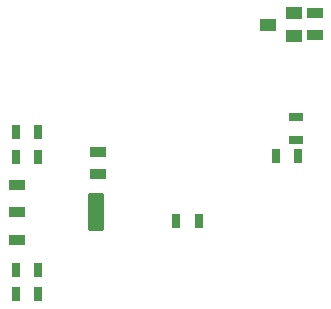
<source format=gbp>
G04*
G04 #@! TF.GenerationSoftware,Altium Limited,Altium Designer,22.10.1 (41)*
G04*
G04 Layer_Color=128*
%FSLAX25Y25*%
%MOIN*%
G70*
G04*
G04 #@! TF.SameCoordinates,0245A464-56C0-4E7C-B2BA-3340792428E8*
G04*
G04*
G04 #@! TF.FilePolarity,Positive*
G04*
G01*
G75*
%ADD22R,0.02756X0.05118*%
%ADD31R,0.05433X0.03622*%
%ADD32R,0.05118X0.02756*%
G04:AMPARAMS|DCode=98|XSize=51.58mil|YSize=36.61mil|CornerRadius=2.75mil|HoleSize=0mil|Usage=FLASHONLY|Rotation=0.000|XOffset=0mil|YOffset=0mil|HoleType=Round|Shape=RoundedRectangle|*
%AMROUNDEDRECTD98*
21,1,0.05158,0.03112,0,0,0.0*
21,1,0.04608,0.03661,0,0,0.0*
1,1,0.00549,0.02304,-0.01556*
1,1,0.00549,-0.02304,-0.01556*
1,1,0.00549,-0.02304,0.01556*
1,1,0.00549,0.02304,0.01556*
%
%ADD98ROUNDEDRECTD98*%
G04:AMPARAMS|DCode=99|XSize=51.58mil|YSize=127.56mil|CornerRadius=3.87mil|HoleSize=0mil|Usage=FLASHONLY|Rotation=0.000|XOffset=0mil|YOffset=0mil|HoleType=Round|Shape=RoundedRectangle|*
%AMROUNDEDRECTD99*
21,1,0.05158,0.11982,0,0,0.0*
21,1,0.04384,0.12756,0,0,0.0*
1,1,0.00774,0.02192,-0.05991*
1,1,0.00774,-0.02192,-0.05991*
1,1,0.00774,-0.02192,0.05991*
1,1,0.00774,0.02192,0.05991*
%
%ADD99ROUNDEDRECTD99*%
%ADD100R,0.05512X0.03937*%
D22*
X123425Y78347D02*
D03*
X130905D02*
D03*
X36811Y77953D02*
D03*
X44291D02*
D03*
X44291Y40157D02*
D03*
X36811D02*
D03*
X97835Y56693D02*
D03*
X90354D02*
D03*
X36811Y86221D02*
D03*
X44291D02*
D03*
X44291Y32283D02*
D03*
X36811D02*
D03*
D31*
X136614Y125984D02*
D03*
Y118465D02*
D03*
X64173Y72224D02*
D03*
Y79744D02*
D03*
D32*
X130315Y91142D02*
D03*
Y83661D02*
D03*
D98*
X37224Y50433D02*
D03*
Y59449D02*
D03*
Y68465D02*
D03*
D99*
X63563Y59449D02*
D03*
D100*
X129528Y125787D02*
D03*
Y118307D02*
D03*
X120866Y122047D02*
D03*
M02*

</source>
